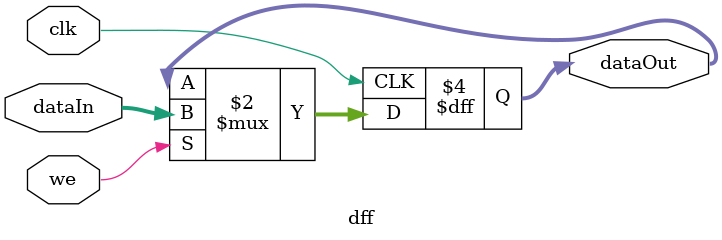
<source format=v>

module dff
(
   	input clk,
    input we,
    input [31:0] dataIn,
    output reg [31:0] dataOut
);

    always @(posedge clk) begin
        if(we) begin
            dataOut <= dataIn;
        end
    end

endmodule
</source>
